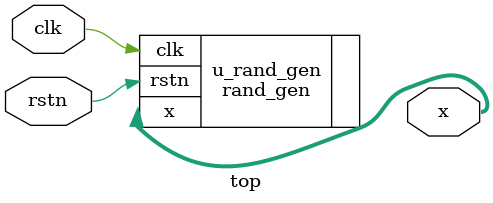
<source format=v>
module top(
    input clk,
    input rstn,
    output [7:0] x
);
    
    rand_gen u_rand_gen (
        .clk    (clk),
        .rstn   (rstn),
        .x      (x)
    );

endmodule

</source>
